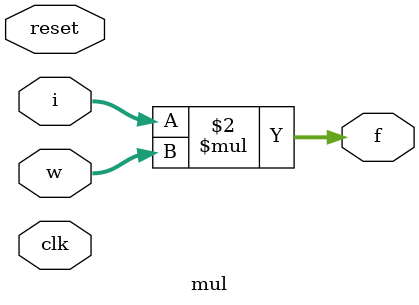
<source format=sv>
module mul
(
	clk,	//i
	reset,	//i
	i,	//i
	w,	//i
	f	//o
);

parameter IL = 8, FL = 12;

input clk, reset;
input signed [IL+FL-1:0] i, w;
output logic signed [(IL+FL)*2-1:0] f;

always_comb begin
	f = i * w;
end

endmodule

</source>
